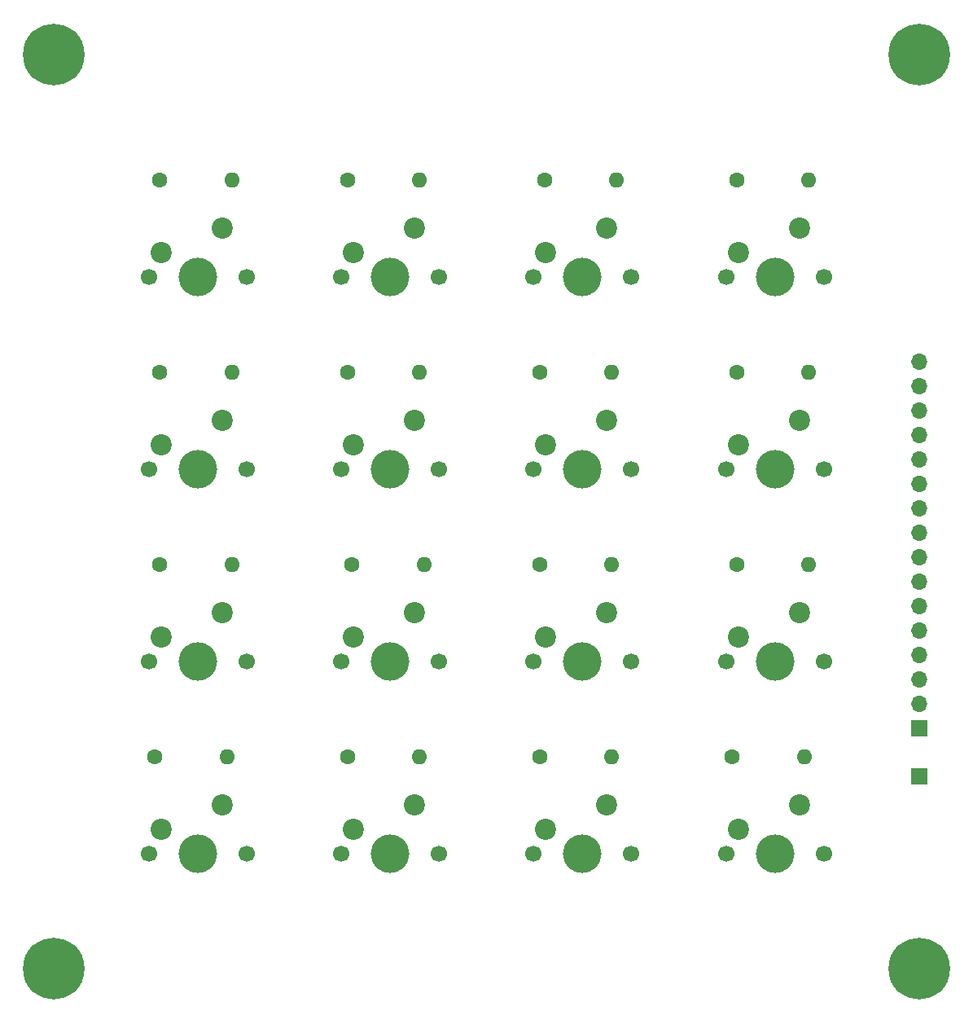
<source format=gbr>
%TF.GenerationSoftware,KiCad,Pcbnew,(5.1.10-1-10_14)*%
%TF.CreationDate,2021-06-29T17:53:49+10:00*%
%TF.ProjectId,octal keyboard,6f637461-6c20-46b6-9579-626f6172642e,rev?*%
%TF.SameCoordinates,Original*%
%TF.FileFunction,Soldermask,Bot*%
%TF.FilePolarity,Negative*%
%FSLAX46Y46*%
G04 Gerber Fmt 4.6, Leading zero omitted, Abs format (unit mm)*
G04 Created by KiCad (PCBNEW (5.1.10-1-10_14)) date 2021-06-29 17:53:49*
%MOMM*%
%LPD*%
G01*
G04 APERTURE LIST*
%ADD10R,1.700000X1.700000*%
%ADD11O,1.700000X1.700000*%
%ADD12C,0.800000*%
%ADD13C,6.400000*%
%ADD14O,1.600000X1.600000*%
%ADD15C,1.600000*%
%ADD16C,2.200000*%
%ADD17C,4.000000*%
%ADD18C,1.700000*%
G04 APERTURE END LIST*
D10*
%TO.C,J2*%
X196500000Y-120000000D03*
%TD*%
D11*
%TO.C,J1*%
X196500000Y-76900000D03*
X196500000Y-79440000D03*
X196500000Y-81980000D03*
X196500000Y-84520000D03*
X196500000Y-87060000D03*
X196500000Y-89600000D03*
X196500000Y-92140000D03*
X196500000Y-94680000D03*
X196500000Y-97220000D03*
X196500000Y-99760000D03*
X196500000Y-102300000D03*
X196500000Y-104840000D03*
X196500000Y-107380000D03*
X196500000Y-109920000D03*
X196500000Y-112460000D03*
D10*
X196500000Y-115000000D03*
%TD*%
D12*
%TO.C,H3*%
X108197056Y-138302944D03*
X106500000Y-137600000D03*
X104802944Y-138302944D03*
X104100000Y-140000000D03*
X104802944Y-141697056D03*
X106500000Y-142400000D03*
X108197056Y-141697056D03*
X108900000Y-140000000D03*
D13*
X106500000Y-140000000D03*
%TD*%
D12*
%TO.C,H1*%
X108197056Y-43302944D03*
X106500000Y-42600000D03*
X104802944Y-43302944D03*
X104100000Y-45000000D03*
X104802944Y-46697056D03*
X106500000Y-47400000D03*
X108197056Y-46697056D03*
X108900000Y-45000000D03*
D13*
X106500000Y-45000000D03*
%TD*%
D14*
%TO.C,C16*%
X165000000Y-58000000D03*
D15*
X157500000Y-58000000D03*
%TD*%
D14*
%TO.C,C15*%
X144500000Y-58000000D03*
D15*
X137000000Y-58000000D03*
%TD*%
D14*
%TO.C,C14*%
X125000000Y-58000000D03*
D15*
X117500000Y-58000000D03*
%TD*%
D14*
%TO.C,C13*%
X164500000Y-78000000D03*
D15*
X157000000Y-78000000D03*
%TD*%
D14*
%TO.C,C12*%
X144500000Y-118000000D03*
D15*
X137000000Y-118000000D03*
%TD*%
D14*
%TO.C,C11*%
X144500000Y-78000000D03*
D15*
X137000000Y-78000000D03*
%TD*%
D14*
%TO.C,C10*%
X184500000Y-118000000D03*
D15*
X177000000Y-118000000D03*
%TD*%
D14*
%TO.C,C9*%
X125000000Y-78000000D03*
D15*
X117500000Y-78000000D03*
%TD*%
D14*
%TO.C,C8*%
X164500000Y-118000000D03*
D15*
X157000000Y-118000000D03*
%TD*%
D14*
%TO.C,C7*%
X164500000Y-98000000D03*
D15*
X157000000Y-98000000D03*
%TD*%
D14*
%TO.C,C6*%
X185000000Y-58000000D03*
D15*
X177500000Y-58000000D03*
%TD*%
D14*
%TO.C,C5*%
X145000000Y-98000000D03*
D15*
X137500000Y-98000000D03*
%TD*%
D14*
%TO.C,C4*%
X185000000Y-78000000D03*
D15*
X177500000Y-78000000D03*
%TD*%
D14*
%TO.C,C3*%
X125000000Y-98000000D03*
D15*
X117500000Y-98000000D03*
%TD*%
D14*
%TO.C,C2*%
X185000000Y-98000000D03*
D15*
X177500000Y-98000000D03*
%TD*%
D14*
%TO.C,C1*%
X124500000Y-118000000D03*
D15*
X117000000Y-118000000D03*
%TD*%
D12*
%TO.C,H4*%
X198197056Y-138302944D03*
X196500000Y-137600000D03*
X194802944Y-138302944D03*
X194100000Y-140000000D03*
X194802944Y-141697056D03*
X196500000Y-142400000D03*
X198197056Y-141697056D03*
X198900000Y-140000000D03*
D13*
X196500000Y-140000000D03*
%TD*%
D12*
%TO.C,H2*%
X198197056Y-43302944D03*
X196500000Y-42600000D03*
X194802944Y-43302944D03*
X194100000Y-45000000D03*
X194802944Y-46697056D03*
X196500000Y-47400000D03*
X198197056Y-46697056D03*
X198900000Y-45000000D03*
D13*
X196500000Y-45000000D03*
%TD*%
D16*
%TO.C,SW1*%
X124000000Y-122920000D03*
X117650000Y-125460000D03*
D17*
X121460000Y-128000000D03*
D18*
X116380000Y-128000000D03*
X126540000Y-128000000D03*
%TD*%
%TO.C,SW3*%
X186540000Y-108080000D03*
X176380000Y-108080000D03*
D17*
X181460000Y-108080000D03*
D16*
X177650000Y-105540000D03*
X184000000Y-103000000D03*
%TD*%
D18*
%TO.C,SW4*%
X126540000Y-108080000D03*
X116380000Y-108080000D03*
D17*
X121460000Y-108080000D03*
D16*
X117650000Y-105540000D03*
X124000000Y-103000000D03*
%TD*%
%TO.C,SW5*%
X184000000Y-83000000D03*
X177650000Y-85540000D03*
D17*
X181460000Y-88080000D03*
D18*
X176380000Y-88080000D03*
X186540000Y-88080000D03*
%TD*%
D16*
%TO.C,SW6*%
X144000000Y-103000000D03*
X137650000Y-105540000D03*
D17*
X141460000Y-108080000D03*
D18*
X136380000Y-108080000D03*
X146540000Y-108080000D03*
%TD*%
%TO.C,SW7*%
X186540000Y-68080000D03*
X176380000Y-68080000D03*
D17*
X181460000Y-68080000D03*
D16*
X177650000Y-65540000D03*
X184000000Y-63000000D03*
%TD*%
D18*
%TO.C,SW8*%
X166540000Y-108080000D03*
X156380000Y-108080000D03*
D17*
X161460000Y-108080000D03*
D16*
X157650000Y-105540000D03*
X164000000Y-103000000D03*
%TD*%
%TO.C,SW9*%
X164000000Y-123000000D03*
X157650000Y-125540000D03*
D17*
X161460000Y-128080000D03*
D18*
X156380000Y-128080000D03*
X166540000Y-128080000D03*
%TD*%
D16*
%TO.C,SW10*%
X124000000Y-83000000D03*
X117650000Y-85540000D03*
D17*
X121460000Y-88080000D03*
D18*
X116380000Y-88080000D03*
X126540000Y-88080000D03*
%TD*%
%TO.C,SW11*%
X186540000Y-128080000D03*
X176380000Y-128080000D03*
D17*
X181460000Y-128080000D03*
D16*
X177650000Y-125540000D03*
X184000000Y-123000000D03*
%TD*%
D18*
%TO.C,SW12*%
X146540000Y-88080000D03*
X136380000Y-88080000D03*
D17*
X141460000Y-88080000D03*
D16*
X137650000Y-85540000D03*
X144000000Y-83000000D03*
%TD*%
%TO.C,SW13*%
X144000000Y-123000000D03*
X137650000Y-125540000D03*
D17*
X141460000Y-128080000D03*
D18*
X136380000Y-128080000D03*
X146540000Y-128080000D03*
%TD*%
D16*
%TO.C,SW14*%
X164000000Y-83000000D03*
X157650000Y-85540000D03*
D17*
X161460000Y-88080000D03*
D18*
X156380000Y-88080000D03*
X166540000Y-88080000D03*
%TD*%
%TO.C,SW15*%
X126540000Y-68080000D03*
X116380000Y-68080000D03*
D17*
X121460000Y-68080000D03*
D16*
X117650000Y-65540000D03*
X124000000Y-63000000D03*
%TD*%
%TO.C,SW16*%
X144000000Y-63000000D03*
X137650000Y-65540000D03*
D17*
X141460000Y-68080000D03*
D18*
X136380000Y-68080000D03*
X146540000Y-68080000D03*
%TD*%
%TO.C,SW17*%
X166540000Y-68080000D03*
X156380000Y-68080000D03*
D17*
X161460000Y-68080000D03*
D16*
X157650000Y-65540000D03*
X164000000Y-63000000D03*
%TD*%
M02*

</source>
